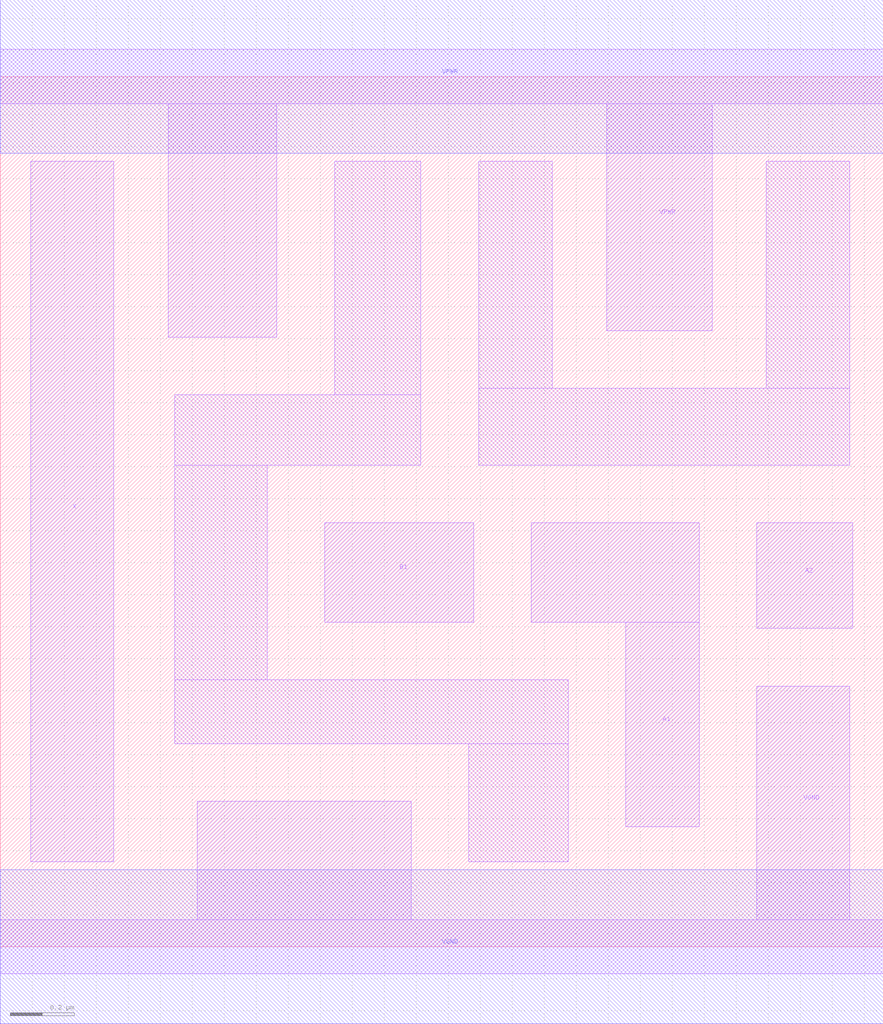
<source format=lef>
# Copyright 2020 The SkyWater PDK Authors
#
# Licensed under the Apache License, Version 2.0 (the "License");
# you may not use this file except in compliance with the License.
# You may obtain a copy of the License at
#
#     https://www.apache.org/licenses/LICENSE-2.0
#
# Unless required by applicable law or agreed to in writing, software
# distributed under the License is distributed on an "AS IS" BASIS,
# WITHOUT WARRANTIES OR CONDITIONS OF ANY KIND, either express or implied.
# See the License for the specific language governing permissions and
# limitations under the License.
#
# SPDX-License-Identifier: Apache-2.0

VERSION 5.5 ;
NAMESCASESENSITIVE ON ;
BUSBITCHARS "[]" ;
DIVIDERCHAR "/" ;
MACRO sky130_fd_sc_hd__a21o_1
  CLASS CORE ;
  SOURCE USER ;
  ORIGIN  0.000000  0.000000 ;
  SIZE  2.760000 BY  2.720000 ;
  SYMMETRY X Y R90 ;
  SITE unithd ;
  PIN A1
    ANTENNAGATEAREA  0.247500 ;
    DIRECTION INPUT ;
    USE SIGNAL ;
    PORT
      LAYER li1 ;
        RECT 1.660000 1.015000 2.185000 1.325000 ;
        RECT 1.955000 0.375000 2.185000 1.015000 ;
    END
  END A1
  PIN A2
    ANTENNAGATEAREA  0.247500 ;
    DIRECTION INPUT ;
    USE SIGNAL ;
    PORT
      LAYER li1 ;
        RECT 2.365000 0.995000 2.665000 1.325000 ;
    END
  END A2
  PIN B1
    ANTENNAGATEAREA  0.247500 ;
    DIRECTION INPUT ;
    USE SIGNAL ;
    PORT
      LAYER li1 ;
        RECT 1.015000 1.015000 1.480000 1.325000 ;
    END
  END B1
  PIN X
    ANTENNADIFFAREA  0.429000 ;
    DIRECTION OUTPUT ;
    USE SIGNAL ;
    PORT
      LAYER li1 ;
        RECT 0.095000 0.265000 0.355000 2.455000 ;
    END
  END X
  PIN VGND
    DIRECTION INOUT ;
    SHAPE ABUTMENT ;
    USE GROUND ;
    PORT
      LAYER li1 ;
        RECT 0.000000 -0.085000 2.760000 0.085000 ;
        RECT 0.615000  0.085000 1.285000 0.455000 ;
        RECT 2.365000  0.085000 2.655000 0.815000 ;
    END
    PORT
      LAYER met1 ;
        RECT 0.000000 -0.240000 2.760000 0.240000 ;
    END
  END VGND
  PIN VNB
    DIRECTION INOUT ;
    USE GROUND ;
    PORT
    END
  END VNB
  PIN VPB
    DIRECTION INOUT ;
    USE POWER ;
    PORT
    END
  END VPB
  PIN VPWR
    DIRECTION INOUT ;
    SHAPE ABUTMENT ;
    USE POWER ;
    PORT
      LAYER li1 ;
        RECT 0.000000 2.635000 2.760000 2.805000 ;
        RECT 0.525000 1.905000 0.865000 2.635000 ;
        RECT 1.895000 1.925000 2.225000 2.635000 ;
    END
    PORT
      LAYER met1 ;
        RECT 0.000000 2.480000 2.760000 2.960000 ;
    END
  END VPWR
  OBS
    LAYER li1 ;
      RECT 0.545000 0.635000 1.775000 0.835000 ;
      RECT 0.545000 0.835000 0.835000 1.505000 ;
      RECT 0.545000 1.505000 1.315000 1.725000 ;
      RECT 1.045000 1.725000 1.315000 2.455000 ;
      RECT 1.465000 0.265000 1.775000 0.635000 ;
      RECT 1.495000 1.505000 2.655000 1.745000 ;
      RECT 1.495000 1.745000 1.725000 2.455000 ;
      RECT 2.395000 1.745000 2.655000 2.455000 ;
  END
END sky130_fd_sc_hd__a21o_1
END LIBRARY

</source>
